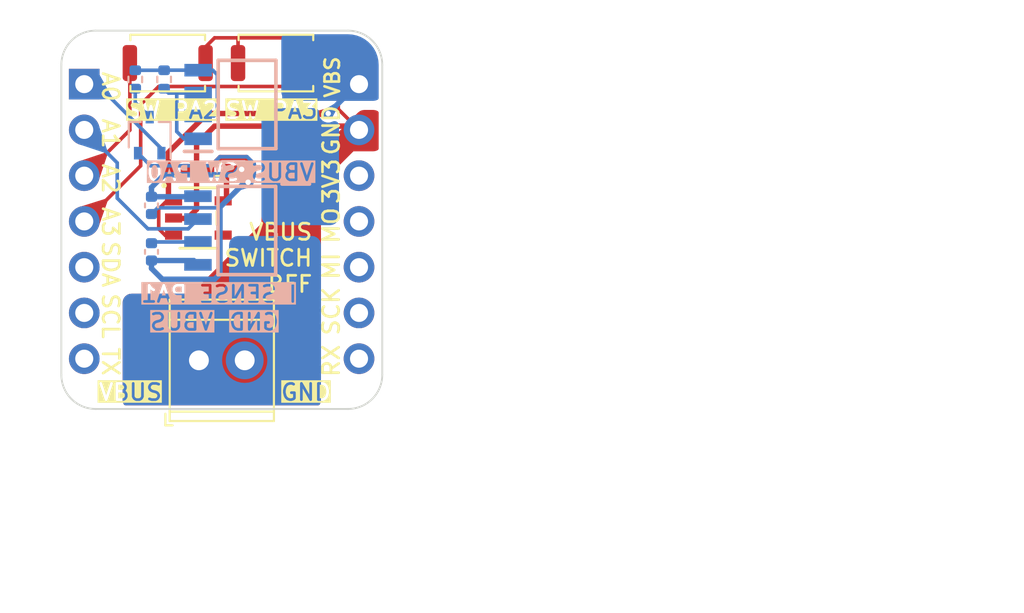
<source format=kicad_pcb>
(kicad_pcb (version 20221018) (generator pcbnew)
  (title_block (title "VBUS_SWITCH_BFF") (date "2024-06-27") (rev "v1.0") (company "@suzan_works"))
  (layers (0 "F.Cu" signal) (31 "B.Cu" signal) (34 "B.Paste" user) (35 "F.Paste" user) (36 "B.SilkS" user "B.Silkscreen") (37 "F.SilkS" user "F.Silkscreen") (38 "B.Mask" user) (39 "F.Mask" user) (44 "Edge.Cuts" user))
  (net 0 "")
  (net 1 "VBUS")
  (net 2 "GND")
  (net 3 "+5V")
  (net 5 "Net-(Q1-C)")
  (net 6 "Net-(IC3-FILTER)")
  (net 7 "Net-(IC2-S1)")
  (net 8 "Net-(IC2-G1)")
  (net 9 "Net-(IC2-D2_1)")
  (net 10 "Net-(IC3-IP-_1)")
  (net 11 "/PA0")
  (net 12 "/PA1")
  (net 13 "/PA2")
  (net 14 "/PA3")
  (footprint "TerminalBlock_TE-Connectivity:TerminalBlock_TE_282834-2_1x02_P2.54mm_Horizontal" (layer "F.Cu") (at 107.63 97.3)
    (fp_text reference "J3" hide)
    (fp_text value "Screw_Terminal_01x02")
    (fp_line (start -1.86 2.97) (end -1.86 3.61) (stroke (width 0.12)) (layer "F.SilkS"))
    (fp_line (start -1.86 3.61) (end -1.46 3.61) (stroke (width 0.12)) (layer "F.SilkS"))
    (fp_line (start -1.62 -3.37) (end -1.62 3.37) (stroke (width 0.12)) (layer "F.SilkS"))
    (fp_line (start -1.62 -3.37) (end 4.16 -3.37) (stroke (width 0.12)) (layer "F.SilkS"))
    (fp_line (start -1.62 -2.25) (end 4.16 -2.25) (stroke (width 0.12)) (layer "F.SilkS"))
    (fp_line (start -1.62 2.85) (end 4.16 2.85) (stroke (width 0.12)) (layer "F.SilkS"))
    (fp_line (start -1.62 3.37) (end 4.16 3.37) (stroke (width 0.12)) (layer "F.SilkS"))
    (fp_line (start 4.16 -3.37) (end 4.16 3.37) (stroke (width 0.12)) (layer "F.SilkS"))
    (pad "1" thru_hole rect (at 0 0) (size 2.1 2.1) (drill 1.1) (layers "*.Cu" "*.Mask") (net 10 "Net-(IC3-IP-_1)"))
    (pad "2" thru_hole circle (at 2.54 0) (size 2.1 2.1) (drill 1.1) (layers "*.Cu" "*.Mask") (net 2 "GND"))
  )
  (footprint "Capacitor_SMD:C_0402_1005Metric" (layer "F.Cu") (at 106.42 86.7)
    (fp_text reference "C1" hide)
    (fp_text value "C_Small")
    (fp_line (start -0.107836 -0.36) (end 0.107836 -0.36) (stroke (width 0.12)) (layer "F.SilkS"))
    (fp_line (start -0.107836 0.36) (end 0.107836 0.36) (stroke (width 0.12)) (layer "F.SilkS"))
    (pad "1" smd roundrect (at -0.48 0) (size 0.56 0.62) (layers "F.Cu" "F.Paste" "F.Mask") (net 1 "VBUS"))
    (pad "2" smd roundrect (at 0.48 0) (size 0.56 0.62) (layers "F.Cu" "F.Paste" "F.Mask") (net 2 "GND"))
  )
  (footprint "Capacitor_SMD:C_0402_1005Metric" (layer "F.Cu") (at 108.68 86.7 180)
    (fp_text reference "C2" hide)
    (fp_text value "C_Small")
    (fp_line (start -0.107836 -0.36) (end 0.107836 -0.36) (stroke (width 0.12)) (layer "F.SilkS"))
    (fp_line (start -0.107836 0.36) (end 0.107836 0.36) (stroke (width 0.12)) (layer "F.SilkS"))
    (pad "1" smd roundrect (at -0.48 0 180) (size 0.56 0.62) (layers "F.Cu" "F.Paste" "F.Mask") (net 3 "+5V"))
    (pad "2" smd roundrect (at 0.48 0 180) (size 0.56 0.62) (layers "F.Cu" "F.Paste" "F.Mask") (net 2 "GND"))
  )
  (footprint "0_My_Library:TCR1HF50B" (layer "F.Cu") (at 107.6 89.4)
    (fp_text reference "IC1" hide)
    (fp_text value "TCR1HF50B")
    (fp_line (start -1.0287 1.6764) (end 1.0287 1.6764) (stroke (width 0.1524)) (layer "F.SilkS"))
    (fp_line (start 1.0287 -1.6764) (end -1.0287 -1.6764) (stroke (width 0.1524)) (layer "F.SilkS"))
    (fp_line (start 1.0287 0.363261) (end 1.0287 -0.363261) (stroke (width 0.1524)) (layer "F.SilkS"))
    (fp_circle (center -1.9 -1.8) (end -1.8 -1.8) (stroke (width 0.1)) (fill solid) (layer "F.SilkS"))
    (pad "1" smd rect (at -1.375151 -0.950001) (size 0.946899 0.508) (layers "F.Cu" "F.Paste" "F.Mask") (net 1 "VBUS"))
    (pad "2" smd rect (at -1.375151 0) (size 0.946899 0.508) (layers "F.Cu" "F.Paste" "F.Mask") (net 2 "GND"))
    (pad "3" smd rect (at -1.375151 0.950001) (size 0.946899 0.508) (layers "F.Cu" "F.Paste" "F.Mask") (net 1 "VBUS"))
    (pad "4" smd rect (at 1.375151 0.950001) (size 0.946899 0.508) (layers "F.Cu" "F.Paste" "F.Mask"))
    (pad "5" smd rect (at 1.375151 -0.950001) (size 0.946899 0.508) (layers "F.Cu" "F.Paste" "F.Mask") (net 3 "+5V"))
  )
  (footprint "Button_Switch_SMD:SW_Push_SPST_NO_Alps_SKRK" (layer "F.Cu") (at 111.9 80.8)
    (fp_text reference "SW2" hide)
    (fp_text value "SW_Push")
    (fp_line (start -2.07 -1.57) (end 2.07 -1.57) (stroke (width 0.12)) (layer "F.SilkS"))
    (fp_line (start -2.07 -1.27) (end -2.07 -1.57) (stroke (width 0.12)) (layer "F.SilkS"))
    (fp_line (start -2.07 1.57) (end -2.07 1.27) (stroke (width 0.12)) (layer "F.SilkS"))
    (fp_line (start 2.07 -1.57) (end 2.07 -1.27) (stroke (width 0.12)) (layer "F.SilkS"))
    (fp_line (start 2.07 1.27) (end 2.07 1.57) (stroke (width 0.12)) (layer "F.SilkS"))
    (fp_line (start 2.07 1.57) (end -2.07 1.57) (stroke (width 0.12)) (layer "F.SilkS"))
    (pad "1" smd roundrect (at -2.1 0) (size 0.8 2) (layers "F.Cu" "F.Paste" "F.Mask") (net 2 "GND"))
    (pad "2" smd roundrect (at 2.1 0) (size 0.8 2) (layers "F.Cu" "F.Paste" "F.Mask") (net 14 "/PA3"))
  )
  (footprint "Button_Switch_SMD:SW_Push_SPST_NO_Alps_SKRK" (layer "F.Cu") (at 105.9 80.8 180)
    (fp_text reference "SW1" hide)
    (fp_text value "SW_Push")
    (fp_line (start -2.07 -1.57) (end 2.07 -1.57) (stroke (width 0.12)) (layer "F.SilkS"))
    (fp_line (start -2.07 -1.27) (end -2.07 -1.57) (stroke (width 0.12)) (layer "F.SilkS"))
    (fp_line (start -2.07 1.57) (end -2.07 1.27) (stroke (width 0.12)) (layer "F.SilkS"))
    (fp_line (start 2.07 -1.57) (end 2.07 -1.27) (stroke (width 0.12)) (layer "F.SilkS"))
    (fp_line (start 2.07 1.27) (end 2.07 1.57) (stroke (width 0.12)) (layer "F.SilkS"))
    (fp_line (start 2.07 1.57) (end -2.07 1.57) (stroke (width 0.12)) (layer "F.SilkS"))
    (pad "1" smd roundrect (at -2.1 0 180) (size 0.8 2) (layers "F.Cu" "F.Paste" "F.Mask") (net 2 "GND"))
    (pad "2" smd roundrect (at 2.1 0 180) (size 0.8 2) (layers "F.Cu" "F.Paste" "F.Mask") (net 13 "/PA2"))
  )
  (footprint "Package_TO_SOT_SMD:SOT-323_SC-70" (layer "B.Cu") (at 104.9 84.8 90)
    (fp_text reference "Q1" hide)
    (fp_text value "DTC143Z")
    (fp_line (start -0.68 -1.16) (end 0.73 -1.16) (stroke (width 0.12)) (layer "B.SilkS"))
    (fp_line (start 0.73 -0.5) (end 0.73 -1.16) (stroke (width 0.12)) (layer "B.SilkS"))
    (fp_line (start 0.73 1.16) (end -1.3 1.16) (stroke (width 0.12)) (layer "B.SilkS"))
    (fp_line (start 0.73 1.16) (end 0.73 0.5) (stroke (width 0.12)) (layer "B.SilkS"))
    (pad "1" smd rect (at -1 0.65 180) (size 0.45 0.7) (layers "B.Cu" "B.Paste" "B.Mask") (net 11 "/PA0"))
    (pad "2" smd rect (at -1 -0.65 180) (size 0.45 0.7) (layers "B.Cu" "B.Paste" "B.Mask") (net 2 "GND"))
    (pad "3" smd rect (at 1 0 180) (size 0.45 0.7) (layers "B.Cu" "B.Paste" "B.Mask") (net 5 "Net-(Q1-C)"))
  )
  (footprint "Resistor_SMD:R_0402_1005Metric" (layer "B.Cu") (at 105.7 81.71 90)
    (fp_text reference "R1" hide)
    (fp_text value "R_Small")
    (fp_line (start -0.153641 -0.38) (end 0.153641 -0.38) (stroke (width 0.12)) (layer "B.SilkS"))
    (fp_line (start -0.153641 0.38) (end 0.153641 0.38) (stroke (width 0.12)) (layer "B.SilkS"))
    (pad "1" smd roundrect (at -0.51 0 90) (size 0.54 0.64) (layers "B.Cu" "B.Paste" "B.Mask") (net 7 "Net-(IC2-S1)"))
    (pad "2" smd roundrect (at 0.51 0 90) (size 0.54 0.64) (layers "B.Cu" "B.Paste" "B.Mask") (net 8 "Net-(IC2-G1)"))
  )
  (footprint "Connector_PinHeader_2.54mm:PinHeader_1x07_P2.54mm_Vertical" (layer "B.Cu") (at 116.51 81.97 180)
    (fp_text reference "J2" hide)
    (fp_text value "Conn_01x07")
    (pad "1" thru_hole rect (at 0 0 180) (size 1.7 1.7) (drill 1) (layers "*.Cu" "*.Mask") (net 1 "VBUS"))
    (pad "2" thru_hole oval (at 0 -2.54 180) (size 1.7 1.7) (drill 1) (layers "*.Cu" "*.Mask") (net 2 "GND"))
    (pad "3" thru_hole oval (at 0 -5.08 180) (size 1.7 1.7) (drill 1) (layers "*.Cu" "*.Mask"))
    (pad "4" thru_hole oval (at 0 -7.62 180) (size 1.7 1.7) (drill 1) (layers "*.Cu" "*.Mask"))
    (pad "5" thru_hole oval (at 0 -10.16 180) (size 1.7 1.7) (drill 1) (layers "*.Cu" "*.Mask"))
    (pad "6" thru_hole oval (at 0 -12.7 180) (size 1.7 1.7) (drill 1) (layers "*.Cu" "*.Mask"))
    (pad "7" thru_hole oval (at 0 -15.24 180) (size 1.7 1.7) (drill 1) (layers "*.Cu" "*.Mask"))
  )
  (footprint "0_My_Library:FDS4935A" (layer "B.Cu") (at 110.3 83.1)
    (fp_text reference "IC2" hide)
    (fp_text value "FDS4935A" hide)
    (fp_line (start -3.475 2.605) (end -1.95 2.605) (stroke (width 0.2)) (layer "B.SilkS"))
    (fp_line (start -1.6 -2.45) (end -1.6 2.45) (stroke (width 0.2)) (layer "B.SilkS"))
    (fp_line (start -1.6 2.45) (end 1.6 2.45) (stroke (width 0.2)) (layer "B.SilkS"))
    (fp_line (start 1.6 -2.45) (end -1.6 -2.45) (stroke (width 0.2)) (layer "B.SilkS"))
    (fp_line (start 1.6 2.45) (end 1.6 -2.45) (stroke (width 0.2)) (layer "B.SilkS"))
    (pad "1" smd rect (at -2.712 1.905 270) (size 0.7 1.525) (layers "B.Cu" "B.Paste" "B.Mask") (net 7 "Net-(IC2-S1)"))
    (pad "2" smd rect (at -2.712 0.635 270) (size 0.7 1.525) (layers "B.Cu" "B.Paste" "B.Mask") (net 8 "Net-(IC2-G1)"))
    (pad "3" smd rect (at -2.712 -0.635 270) (size 0.7 1.525) (layers "B.Cu" "B.Paste" "B.Mask") (net 7 "Net-(IC2-S1)"))
    (pad "4" smd rect (at -2.712 -1.905 270) (size 0.7 1.525) (layers "B.Cu" "B.Paste" "B.Mask") (net 8 "Net-(IC2-G1)"))
    (pad "5" smd rect (at 2.712 -1.905 270) (size 0.7 1.525) (layers "B.Cu" "B.Paste" "B.Mask") (net 1 "VBUS"))
    (pad "6" smd rect (at 2.712 -0.635 270) (size 0.7 1.525) (layers "B.Cu" "B.Paste" "B.Mask") (net 1 "VBUS"))
    (pad "7" smd rect (at 2.712 0.635 270) (size 0.7 1.525) (layers "B.Cu" "B.Paste" "B.Mask") (net 9 "Net-(IC2-D2_1)"))
    (pad "8" smd rect (at 2.712 1.905 270) (size 0.7 1.525) (layers "B.Cu" "B.Paste" "B.Mask") (net 9 "Net-(IC2-D2_1)"))
  )
  (footprint "Capacitor_SMD:C_0402_1005Metric" (layer "B.Cu") (at 105 88.7 -90)
    (fp_text reference "C3" hide)
    (fp_text value "C_Small")
    (fp_line (start -0.107836 -0.36) (end 0.107836 -0.36) (stroke (width 0.12)) (layer "B.SilkS"))
    (fp_line (start -0.107836 0.36) (end 0.107836 0.36) (stroke (width 0.12)) (layer "B.SilkS"))
    (pad "1" smd roundrect (at -0.48 0 270) (size 0.56 0.62) (layers "B.Cu" "B.Paste" "B.Mask") (net 3 "+5V"))
    (pad "2" smd roundrect (at 0.48 0 270) (size 0.56 0.62) (layers "B.Cu" "B.Paste" "B.Mask") (net 2 "GND"))
  )
  (footprint "Connector_PinHeader_2.54mm:PinHeader_1x07_P2.54mm_Vertical" (layer "B.Cu") (at 101.27 81.97 180)
    (fp_text reference "J1" hide)
    (fp_text value "Conn_01x07")
    (pad "1" thru_hole rect (at 0 0 180) (size 1.7 1.7) (drill 1) (layers "*.Cu" "*.Mask") (net 11 "/PA0"))
    (pad "2" thru_hole oval (at 0 -2.54 180) (size 1.7 1.7) (drill 1) (layers "*.Cu" "*.Mask") (net 12 "/PA1"))
    (pad "3" thru_hole oval (at 0 -5.08 180) (size 1.7 1.7) (drill 1) (layers "*.Cu" "*.Mask") (net 13 "/PA2"))
    (pad "4" thru_hole oval (at 0 -7.62 180) (size 1.7 1.7) (drill 1) (layers "*.Cu" "*.Mask") (net 14 "/PA3"))
    (pad "5" thru_hole oval (at 0 -10.16 180) (size 1.7 1.7) (drill 1) (layers "*.Cu" "*.Mask"))
    (pad "6" thru_hole oval (at 0 -12.7 180) (size 1.7 1.7) (drill 1) (layers "*.Cu" "*.Mask"))
    (pad "7" thru_hole oval (at 0 -15.24 180) (size 1.7 1.7) (drill 1) (layers "*.Cu" "*.Mask"))
  )
  (footprint "0_My_Library:ACS724LLCTR-05AB" (layer "B.Cu") (at 110.288 90.095 180)
    (fp_text reference "IC3" hide)
    (fp_text value "ACS724LLCTR-05AB" hide)
    (fp_line (start -3.475 2.58) (end -1.95 2.58) (stroke (width 0.2)) (layer "B.SilkS"))
    (fp_line (start -1.6 -2.45) (end -1.6 2.45) (stroke (width 0.2)) (layer "B.SilkS"))
    (fp_line (start -1.6 2.45) (end 1.6 2.45) (stroke (width 0.2)) (layer "B.SilkS"))
    (fp_line (start 1.6 -2.45) (end -1.6 -2.45) (stroke (width 0.2)) (layer "B.SilkS"))
    (fp_line (start 1.6 2.45) (end 1.6 -2.45) (stroke (width 0.2)) (layer "B.SilkS"))
    (pad "1" smd rect (at -2.712 1.905 90) (size 0.65 1.525) (layers "B.Cu" "B.Paste" "B.Mask") (net 9 "Net-(IC2-D2_1)"))
    (pad "2" smd rect (at -2.712 0.635 90) (size 0.65 1.525) (layers "B.Cu" "B.Paste" "B.Mask") (net 9 "Net-(IC2-D2_1)"))
    (pad "3" smd rect (at -2.712 -0.635 90) (size 0.65 1.525) (layers "B.Cu" "B.Paste" "B.Mask") (net 10 "Net-(IC3-IP-_1)"))
    (pad "4" smd rect (at -2.712 -1.905 90) (size 0.65 1.525) (layers "B.Cu" "B.Paste" "B.Mask") (net 10 "Net-(IC3-IP-_1)"))
    (pad "5" smd rect (at 2.712 -1.905 90) (size 0.65 1.525) (layers "B.Cu" "B.Paste" "B.Mask") (net 2 "GND"))
    (pad "6" smd rect (at 2.712 -0.635 90) (size 0.65 1.525) (layers "B.Cu" "B.Paste" "B.Mask") (net 6 "Net-(IC3-FILTER)"))
    (pad "7" smd rect (at 2.712 0.635 90) (size 0.65 1.525) (layers "B.Cu" "B.Paste" "B.Mask") (net 12 "/PA1"))
    (pad "8" smd rect (at 2.712 1.905 90) (size 0.65 1.525) (layers "B.Cu" "B.Paste" "B.Mask") (net 3 "+5V"))
  )
  (footprint "Resistor_SMD:R_0402_1005Metric" (layer "B.Cu") (at 104.1 81.71 -90)
    (fp_text reference "R2" hide)
    (fp_text value "R_Small")
    (fp_line (start -0.153641 -0.38) (end 0.153641 -0.38) (stroke (width 0.12)) (layer "B.SilkS"))
    (fp_line (start -0.153641 0.38) (end 0.153641 0.38) (stroke (width 0.12)) (layer "B.SilkS"))
    (pad "1" smd roundrect (at -0.51 0 270) (size 0.54 0.64) (layers "B.Cu" "B.Paste" "B.Mask") (net 8 "Net-(IC2-G1)"))
    (pad "2" smd roundrect (at 0.51 0 270) (size 0.54 0.64) (layers "B.Cu" "B.Paste" "B.Mask") (net 5 "Net-(Q1-C)"))
  )
  (footprint "Capacitor_SMD:C_0402_1005Metric" (layer "B.Cu") (at 105 91.28 -90)
    (fp_text reference "C4" hide)
    (fp_text value "C_Small")
    (fp_line (start -0.107836 -0.36) (end 0.107836 -0.36) (stroke (width 0.12)) (layer "B.SilkS"))
    (fp_line (start -0.107836 0.36) (end 0.107836 0.36) (stroke (width 0.12)) (layer "B.SilkS"))
    (pad "1" smd roundrect (at -0.48 0 270) (size 0.56 0.62) (layers "B.Cu" "B.Paste" "B.Mask") (net 6 "Net-(IC3-FILTER)"))
    (pad "2" smd roundrect (at 0.48 0 270) (size 0.56 0.62) (layers "B.Cu" "B.Paste" "B.Mask") (net 2 "GND"))
  )
  (gr_arc (start 100 80.9) (mid 100.556497 79.556497) (end 101.9 79) (stroke (width 0.1)) (layer "Edge.Cuts"))
  (gr_line (start 115.9 100) (end 101.9 100) (stroke (width 0.1)) (layer "Edge.Cuts"))
  (gr_arc (start 115.9 79) (mid 117.243503 79.556497) (end 117.8 80.9) (stroke (width 0.1)) (layer "Edge.Cuts"))
  (gr_arc (start 117.8 98.1) (mid 117.243503 99.443503) (end 115.9 100) (stroke (width 0.1)) (layer "Edge.Cuts"))
  (gr_arc (start 101.9 100) (mid 100.556497 99.443503) (end 100 98.1) (stroke (width 0.1)) (layer "Edge.Cuts"))
  (gr_line (start 100 98.1) (end 100 80.9) (stroke (width 0.1)) (layer "Edge.Cuts"))
  (gr_line (start 101.9 79) (end 115.9 79) (stroke (width 0.1)) (layer "Edge.Cuts"))
  (gr_line (start 117.8 80.9) (end 117.8 98.1) (stroke (width 0.1)) (layer "Edge.Cuts"))
  (gr_text "I SENSE PA1" (at 113.15 94.15) (layer "B.SilkS" knockout) (effects (font (size 0.9 0.9)) (justify left bottom mirror)))
  (gr_text "VBUS SW PA0" (at 114.1 87.4) (layer "B.SilkS" knockout) (effects (font (size 0.9 0.9)) (justify left bottom mirror)))
  (gr_text "VBUS" (at 108.5 95.7) (layer "B.SilkS" knockout) (effects (font (size 0.9 0.9)) (justify left bottom mirror)))
  (gr_text "GND" (at 112.15 95.7) (layer "B.SilkS" knockout) (effects (font (size 0.9 0.9)) (justify left bottom mirror)))
  (gr_text "GND" (at 112.1 99.6) (layer "F.SilkS" knockout) (effects (font (size 0.9 0.9)) (justify left bottom)))
  (gr_text "VBUS\nSWITCH\nBFF" (at 114 93.6) (layer "F.SilkS") (effects (font (size 0.9 0.9)) (justify right bottom)))
  (gr_text "SDA" (at 102.2 90.6 270) (layer "F.SilkS") (effects (font (size 0.9 0.9)) (justify left bottom)))
  (gr_text "A2" (at 102.2 86.3 270) (layer "F.SilkS") (effects (font (size 0.9 0.9)) (justify left bottom)))
  (gr_text "A3" (at 102.2 88.7 270) (layer "F.SilkS") (effects (font (size 0.9 0.9)) (justify left bottom)))
  (gr_text "VBUS" (at 102 99.6) (layer "F.SilkS" knockout) (effects (font (size 0.9 0.9)) (justify left bottom)))
  (gr_text "A0" (at 102.2 81.2 -90) (layer "F.SilkS") (effects (font (size 0.9 0.9)) (justify left bottom)))
  (gr_text "TX" (at 102.2 96.5 270) (layer "F.SilkS") (effects (font (size 0.9 0.9)) (justify left bottom)))
  (gr_text "VBS" (at 115.5 82.8 90) (layer "F.SilkS") (effects (font (size 0.8 0.8)) (justify left bottom)))
  (gr_text "SCK" (at 115.5 96 90) (layer "F.SilkS") (effects (font (size 0.9 0.9)) (justify left bottom)))
  (gr_text "SW PA3" (at 109 83.95) (layer "F.SilkS" knockout) (effects (font (size 0.9 0.9)) (justify left bottom)))
  (gr_text "GND" (at 115.5 86 90) (layer "F.SilkS") (effects (font (size 0.9 0.9)) (justify left bottom)))
  (gr_text "SW PA2" (at 103.5 83.95) (layer "F.SilkS" knockout) (effects (font (size 0.9 0.9)) (justify left bottom)))
  (gr_text "A1" (at 102.2 83.8 270) (layer "F.SilkS") (effects (font (size 0.9 0.9)) (justify left bottom)))
  (gr_text "SCL" (at 102.2 93.5 270) (layer "F.SilkS") (effects (font (size 0.9 0.9)) (justify left bottom)))
  (gr_text "MI" (at 115.5 92.9 90) (layer "F.SilkS") (effects (font (size 0.9 0.9)) (justify left bottom)))
  (gr_text "3V3" (at 115.5 88.7 90) (layer "F.SilkS") (effects (font (size 0.9 0.9)) (justify left bottom)))
  (gr_text "MO" (at 115.5 90.9 90) (layer "F.SilkS") (effects (font (size 0.9 0.9)) (justify left bottom)))
  (gr_text "RX" (at 115.5 98.3 90) (layer "F.SilkS") (effects (font (size 0.9 0.9)) (justify left bottom)))
  (segment (start 106.224849 90.371701) (end 105.771701 90.371701) (width 0.2) (layer "F.Cu") (net 1))
  (segment (start 114.8 83.6) (end 108.1 83.6) (width 0.3) (layer "F.Cu") (net 1))
  (segment (start 105.94 88.18685) (end 106.224849 88.471699) (width 0.3) (layer "F.Cu") (net 1))
  (segment (start 108.1 83.6) (end 105.94 85.76) (width 0.3) (layer "F.Cu") (net 1))
  (segment (start 105.771701 90.371701) (end 105.4 90) (width 0.2) (layer "F.Cu") (net 1))
  (segment (start 105.94 86.7) (end 105.94 88.18685) (width 0.3) (layer "F.Cu") (net 1))
  (segment (start 105.828301 88.471699) (end 106.224849 88.471699) (width 0.2) (layer "F.Cu") (net 1))
  (segment (start 105.94 85.76) (end 105.94 86.7) (width 0.3) (layer "F.Cu") (net 1))
  (segment (start 105.4 88.9) (end 105.828301 88.471699) (width 0.2) (layer "F.Cu") (net 1))
  (segment (start 105.4 90) (end 105.4 88.9) (width 0.2) (layer "F.Cu") (net 1))
  (via (at 114.8 83.6) (size 0.6) (drill 0.3) (layers "F.Cu" "B.Cu") (net 1))
  (segment (start 115.74 81.2) (end 113.017 81.2) (width 0.2) (layer "B.Cu") (net 1))
  (segment (start 116.43 81.97) (end 116.51 81.97) (width 0.3) (layer "B.Cu") (net 1))
  (segment (start 113.012 81.195) (end 113.012 82.465) (width 0.2) (layer "B.Cu") (net 1))
  (segment (start 116.51 81.97) (end 115.74 81.2) (width 0.2) (layer "B.Cu") (net 1))
  (segment (start 113.017 81.2) (end 113.012 81.195) (width 0.2) (layer "B.Cu") (net 1))
  (segment (start 114.8 83.6) (end 116.43 81.97) (width 0.3) (layer "B.Cu") (net 1))
  (segment (start 110.280845 87.338394) (end 110.357548 87.415097) (width 0.3) (layer "F.Cu") (net 2))
  (segment (start 110.17 97.3) (end 110.17 90.85) (width 0.2) (layer "F.Cu") (net 2))
  (segment (start 110.17 90.85) (end 116.51 84.51) (width 0.2) (layer "F.Cu") (net 2))
  (segment (start 107.5 86.7) (end 108.2 86.7) (width 0.3) (layer "F.Cu") (net 2))
  (segment (start 110.65 86.969239) (end 110.280845 87.338394) (width 0.3) (layer "F.Cu") (net 2))
  (segment (start 109.8 79.4) (end 108.5 79.4) (width 0.2) (layer "F.Cu") (net 2))
  (segment (start 108.2 86.657035) (end 108.817035 86.04) (width 0.3) (layer "F.Cu") (net 2))
  (segment (start 106.224849 89.4217) (end 106.998298 89.4217) (width 0.3) (layer "F.Cu") (net 2))
  (segment (start 108 79.9) (end 108 80.8) (width 0.2) (layer "F.Cu") (net 2))
  (segment (start 106.9 86.7) (end 107.5 86.7) (width 0.3) (layer "F.Cu") (net 2))
  (segment (start 108.817035 86.04) (end 110.259239 86.04) (width 0.3) (layer "F.Cu") (net 2))
  (segment (start 110.259239 86.04) (end 110.65 86.430761) (width 0.3) (layer "F.Cu") (net 2))
  (segment (start 108.5 84.3) (end 107.5 85.3) (width 0.3) (layer "F.Cu") (net 2))
  (segment (start 110.65 86.430761) (end 110.65 86.969239) (width 0.3) (layer "F.Cu") (net 2))
  (segment (start 107.5 88.919998) (end 107.5 86.7) (width 0.3) (layer "F.Cu") (net 2))
  (segment (start 107.5 85.3) (end 107.5 86.7) (width 0.3) (layer "F.Cu") (net 2))
  (segment (start 109.8 80.8) (end 109.8 79.4) (width 0.2) (layer "F.Cu") (net 2))
  (segment (start 115.36 80.06) (end 114.7 79.4) (width 0.2) (layer "F.Cu") (net 2))
  (segment (start 106.998298 89.4217) (end 107.5 88.919998) (width 0.3) (layer "F.Cu") (net 2))
  (segment (start 116.51 84.51) (end 115.36 83.36) (width 0.2) (layer "F.Cu") (net 2))
  (segment (start 116.3 84.3) (end 108.5 84.3) (width 0.3) (layer "F.Cu") (net 2))
  (segment (start 108.5 79.4) (end 108 79.9) (width 0.2) (layer "F.Cu") (net 2))
  (segment (start 114.7 79.4) (end 109.8 79.4) (width 0.2) (layer "F.Cu") (net 2))
  (segment (start 116.51 84.51) (end 116.3 84.3) (width 0.3) (layer "F.Cu") (net 2))
  (segment (start 108.2 86.7) (end 108.2 86.657035) (width 0.3) (layer "F.Cu") (net 2))
  (segment (start 115.36 83.36) (end 115.36 80.06) (width 0.2) (layer "F.Cu") (net 2))
  (via (at 110.357548 87.415097) (size 0.6) (drill 0.3) (layers "F.Cu" "B.Cu") (net 2))
  (segment (start 105 89.18) (end 105.345 88.835) (width 0.2) (layer "B.Cu") (net 2))
  (segment (start 104.95 86.5) (end 108.3 86.5) (width 0.2) (layer "B.Cu") (net 2))
  (segment (start 105 92.2) (end 105 91.76) (width 0.3) (layer "B.Cu") (net 2))
  (segment (start 110.7 86.4) (end 110.7 87.072645) (width 0.2) (layer "B.Cu") (net 2))
  (segment (start 105.345 88.835) (end 108.765 88.835) (width 0.2) (layer "B.Cu") (net 2))
  (segment (start 108.8 86) (end 110.3 86) (width 0.2) (layer "B.Cu") (net 2))
  (segment (start 108.765 88.835) (end 108.8 88.8) (width 0.2) (layer "B.Cu") (net 2))
  (segment (start 108.3 86.5) (end 108.8 86) (width 0.2) (layer "B.Cu") (net 2))
  (segment (start 110.357548 87.415097) (end 110.184903 87.415097) (width 0.3) (layer "B.Cu") (net 2))
  (segment (start 110.7 87.072645) (end 110.357548 87.415097) (width 0.2) (layer "B.Cu") (net 2))
  (segment (start 105 91.76) (end 107.336 91.76) (width 0.3) (layer "B.Cu") (net 2))
  (segment (start 105.6 92.8) (end 105 92.2) (width 0.3) (layer "B.Cu") (net 2))
  (segment (start 108.8 88.8) (end 108.8 92.5) (width 0.3) (layer "B.Cu") (net 2))
  (segment (start 108.8 92.5) (end 108.5 92.8) (width 0.3) (layer "B.Cu") (net 2))
  (segment (start 110.3 86) (end 110.7 86.4) (width 0.2) (layer "B.Cu") (net 2))
  (segment (start 108.5 92.8) (end 105.6 92.8) (width 0.3) (layer "B.Cu") (net 2))
  (segment (start 104.25 85.8) (end 104.95 86.5) (width 0.2) (layer "B.Cu") (net 2))
  (segment (start 107.336 91.76) (end 107.576 92) (width 0.3) (layer "B.Cu") (net 2))
  (segment (start 110.184903 87.415097) (end 108.8 88.8) (width 0.3) (layer "B.Cu") (net 2))
  (segment (start 109.16 86.7) (end 109.16 88.28685) (width 0.3) (layer "F.Cu") (net 3))
  (segment (start 109.16 88.28685) (end 108.975151 88.471699) (width 0.3) (layer "F.Cu") (net 3))
  (segment (start 110 86.7) (end 109.16 86.7) (width 0.3) (layer "F.Cu") (net 3))
  (via (at 110 86.7) (size 0.6) (drill 0.3) (layers "F.Cu" "B.Cu") (net 3))
  (segment (start 110 86.7) (end 109.7 87) (width 0.3) (layer "B.Cu") (net 3))
  (segment (start 109.7 87) (end 105.7 87) (width 0.3) (layer "B.Cu") (net 3))
  (segment (start 105 88.22) (end 107.546 88.22) (width 0.3) (layer "B.Cu") (net 3))
  (segment (start 107.546 88.22) (end 107.576 88.19) (width 0.3) (layer "B.Cu") (net 3))
  (segment (start 105.7 87) (end 105 87.7) (width 0.3) (layer "B.Cu") (net 3))
  (segment (start 105 87.7) (end 105 88.22) (width 0.3) (layer "B.Cu") (net 3))
  (segment (start 104.1 82.22) (end 104.1 83) (width 0.2) (layer "B.Cu") (net 5))
  (segment (start 104.1 83) (end 104.9 83.8) (width 0.2) (layer "B.Cu") (net 5))
  (segment (start 107.576 90.73) (end 105.07 90.73) (width 0.2) (layer "B.Cu") (net 6))
  (segment (start 105.07 90.73) (end 105 90.8) (width 0.2) (layer "B.Cu") (net 6))
  (segment (start 105.945 82.465) (end 105.7 82.22) (width 0.2) (layer "B.Cu") (net 7))
  (segment (start 106.8 85) (end 106.4 84.6) (width 0.2) (layer "B.Cu") (net 7))
  (segment (start 106.4 84.6) (end 106.4 82.465) (width 0.2) (layer "B.Cu") (net 7))
  (segment (start 107.588 85.005) (end 107.1455 85.005) (width 0.2) (layer "B.Cu") (net 7))
  (segment (start 107.1455 85.005) (end 107.1405 85) (width 0.2) (layer "B.Cu") (net 7))
  (segment (start 107.1405 85) (end 106.8 85) (width 0.2) (layer "B.Cu") (net 7))
  (segment (start 107.588 82.465) (end 106.4 82.465) (width 0.2) (layer "B.Cu") (net 7))
  (segment (start 106.4 82.465) (end 105.945 82.465) (width 0.2) (layer "B.Cu") (net 7))
  (segment (start 105.7 81.2) (end 104.1 81.2) (width 0.2) (layer "B.Cu") (net 8))
  (segment (start 107.588 81.195) (end 108.0305 81.195) (width 0.2) (layer "B.Cu") (net 8))
  (segment (start 108.6505 81.4505) (end 108.6505 83.5495) (width 0.2) (layer "B.Cu") (net 8))
  (segment (start 107.588 81.195) (end 105.705 81.195) (width 0.2) (layer "B.Cu") (net 8))
  (segment (start 108.0305 81.195) (end 108.0355 81.2) (width 0.2) (layer "B.Cu") (net 8))
  (segment (start 108.6505 83.5495) (end 108.465 83.735) (width 0.2) (layer "B.Cu") (net 8))
  (segment (start 108.4 81.2) (end 108.6505 81.4505) (width 0.2) (layer "B.Cu") (net 8))
  (segment (start 108.465 83.735) (end 107.588 83.735) (width 0.2) (layer "B.Cu") (net 8))
  (segment (start 105.705 81.195) (end 105.7 81.2) (width 0.2) (layer "B.Cu") (net 8))
  (segment (start 108.0355 81.2) (end 108.4 81.2) (width 0.2) (layer "B.Cu") (net 8))
  (segment (start 113.012 83.735) (end 113.012 85.005) (width 0.2) (layer "B.Cu") (net 9))
  (segment (start 113.012 85.005) (end 113.012 88.178) (width 0.2) (layer "B.Cu") (net 9))
  (segment (start 113 88.19) (end 113 89.46) (width 0.2) (layer "B.Cu") (net 9))
  (segment (start 113.012 88.178) (end 113 88.19) (width 0.2) (layer "B.Cu") (net 9))
  (segment (start 113 92) (end 112.93 92) (width 0.2) (layer "B.Cu") (net 10))
  (segment (start 112.93 92) (end 107.63 97.3) (width 0.2) (layer "B.Cu") (net 10))
  (segment (start 113 90.73) (end 113 92) (width 0.2) (layer "B.Cu") (net 10))
  (segment (start 101.27 81.97) (end 101.3 82) (width 0.2) (layer "B.Cu") (net 11))
  (segment (start 102 82) (end 105.55 85.55) (width 0.2) (layer "B.Cu") (net 11))
  (segment (start 101.3 82) (end 102 82) (width 0.2) (layer "B.Cu") (net 11))
  (segment (start 105.55 85.55) (end 105.55 85.8) (width 0.2) (layer "B.Cu") (net 11))
  (segment (start 103.1 86.34) (end 101.27 84.51) (width 0.2) (layer "B.Cu") (net 12))
  (segment (start 103.1 88.3) (end 103.1 86.34) (width 0.2) (layer "B.Cu") (net 12))
  (segment (start 107.576 89.46) (end 107.036 90) (width 0.2) (layer "B.Cu") (net 12))
  (segment (start 104.8 90) (end 103.1 88.3) (width 0.2) (layer "B.Cu") (net 12))
  (segment (start 107.036 90) (end 104.8 90) (width 0.2) (layer "B.Cu") (net 12))
  (segment (start 103.8 84.52) (end 101.27 87.05) (width 0.2) (layer "F.Cu") (net 13))
  (segment (start 103.8 80.8) (end 103.8 84.52) (width 0.2) (layer "F.Cu") (net 13))
  (segment (start 101.31 89.59) (end 104.4 86.5) (width 0.2) (layer "F.Cu") (net 14))
  (segment (start 104.4 83.1) (end 105.4 82.1) (width 0.2) (layer "F.Cu") (net 14))
  (segment (start 104.4 86.5) (end 104.4 83.1) (width 0.2) (layer "F.Cu") (net 14))
  (segment (start 101.27 89.59) (end 101.31 89.59) (width 0.2) (layer "F.Cu") (net 14))
  (segment (start 105.4 82.1) (end 112.7 82.1) (width 0.2) (layer "F.Cu") (net 14))
  (segment (start 112.7 82.1) (end 114 80.8) (width 0.2) (layer "F.Cu") (net 14))
  (zone (net 2) (net_name "GND") (layer "F.Cu") (priority 3) (connect_pads yes (clearance 0.2)) (min_thickness 0.2) (fill yes (thermal_gap 0.5) (thermal_bridge_width 0.5) (smoothing fillet) (radius 0.5))
    (polygon (pts (xy 111.1 84.7) (xy 111.1 89.7) (xy 107.2 93.6) (xy 103.4 93.6) (xy 103.4 100) (xy 114.4 100) (xy 114.4 87.5) (xy 116.2 85.7) (xy 117.8 85.7) (xy 117.8 83.4) (xy 116.6 83.4) (xy 115.3 84.7)))
  )
  (zone (net 10) (net_name "Net-(IC3-IP-_1)") (layer "B.Cu") (priority 2) (connect_pads yes (clearance 0.2)) (min_thickness 0.2) (fill yes (thermal_gap 0.2) (thermal_bridge_width 0.2) (smoothing fillet) (radius 0.5))
    (polygon (pts (xy 109.3 90.4) (xy 109.3 93) (xy 108.7 93.6) (xy 103.4 93.6) (xy 103.4 100) (xy 114.4 100) (xy 114.4 90.4)))
  )
  (zone (net 9) (net_name "Net-(IC2-D2_1)") (layer "B.Cu") (priority 1) (connect_pads yes (clearance 0.2)) (min_thickness 0.5) (fill yes (thermal_gap 0.2) (thermal_bridge_width 0.5) (smoothing fillet) (radius 0.5))
    (polygon (pts (xy 111.1 83.3) (xy 111.1 89.8) (xy 115.4 89.8) (xy 115.4 83.3)))
  )
  (zone (net 1) (net_name "VBUS") (layer "B.Cu") (connect_pads yes (clearance 0.2)) (min_thickness 0.2) (fill yes (thermal_gap 0.5) (thermal_bridge_width 0.5) (smoothing fillet) (radius 0.5))
    (polygon (pts (xy 117.8 79) (xy 112.2 79) (xy 112.2 82.9) (xy 117.8 82.9)))
  )
)
</source>
